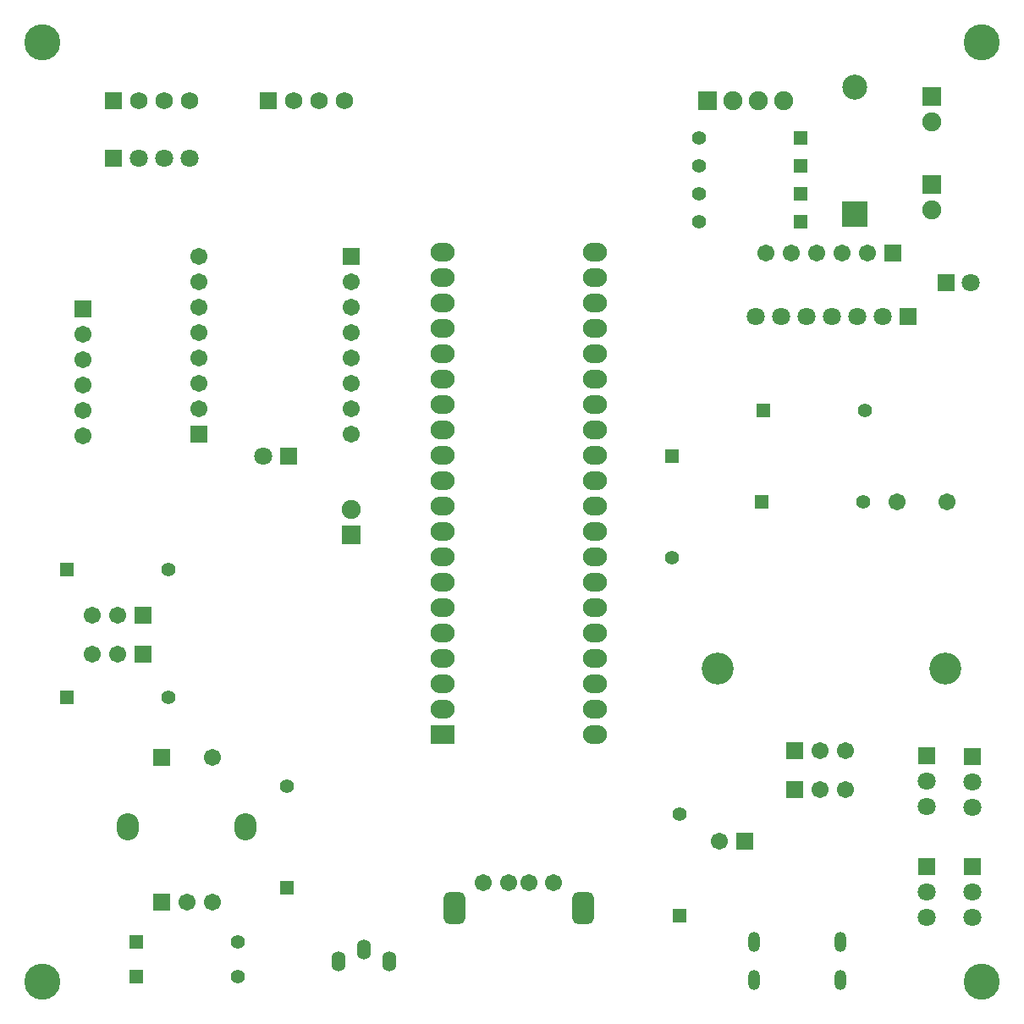
<source format=gbs>
G04*
G04 #@! TF.GenerationSoftware,Altium Limited,Altium Designer,22.0.2 (36)*
G04*
G04 Layer_Color=16711935*
%FSLAX25Y25*%
%MOIN*%
G70*
G04*
G04 #@! TF.SameCoordinates,D467B77E-6E5F-44E5-9B52-D7AE6B4A5D67*
G04*
G04*
G04 #@! TF.FilePolarity,Negative*
G04*
G01*
G75*
%ADD38R,0.06706X0.06706*%
%ADD39C,0.06706*%
%ADD40C,0.07099*%
%ADD41R,0.07099X0.07099*%
%ADD42R,0.05524X0.05524*%
%ADD43C,0.05524*%
%ADD44O,0.08674X0.10642*%
%ADD45R,0.06706X0.06706*%
%ADD46C,0.09855*%
%ADD47R,0.09855X0.09855*%
%ADD48C,0.06800*%
%ADD49R,0.06800X0.06800*%
%ADD50C,0.07493*%
%ADD51R,0.07493X0.07493*%
%ADD52R,0.05524X0.05524*%
%ADD53C,0.12611*%
%ADD54R,0.07099X0.07099*%
%ADD55O,0.05524X0.07887*%
%ADD56R,0.07493X0.07493*%
%ADD57O,0.09461X0.07335*%
%ADD58R,0.09461X0.07335*%
G04:AMPARAMS|DCode=59|XSize=86.74mil|YSize=126.11mil|CornerRadius=23.68mil|HoleSize=0mil|Usage=FLASHONLY|Rotation=180.000|XOffset=0mil|YOffset=0mil|HoleType=Round|Shape=RoundedRectangle|*
%AMROUNDEDRECTD59*
21,1,0.08674,0.07874,0,0,180.0*
21,1,0.03937,0.12611,0,0,180.0*
1,1,0.04737,-0.01968,0.03937*
1,1,0.04737,0.01968,0.03937*
1,1,0.04737,0.01968,-0.03937*
1,1,0.04737,-0.01968,-0.03937*
%
%ADD59ROUNDEDRECTD59*%
%ADD60C,0.14186*%
%ADD61O,0.04737X0.07887*%
D38*
X50173Y215724D02*
D03*
X110173Y285724D02*
D03*
X4760Y264882D02*
D03*
D39*
X50173Y225724D02*
D03*
Y235724D02*
D03*
Y245724D02*
D03*
Y255724D02*
D03*
Y265724D02*
D03*
Y275724D02*
D03*
Y285724D02*
D03*
X110173Y215724D02*
D03*
Y225724D02*
D03*
Y235724D02*
D03*
Y245724D02*
D03*
Y255724D02*
D03*
Y265724D02*
D03*
Y275724D02*
D03*
X325264Y188976D02*
D03*
X344949D02*
D03*
X55468Y88383D02*
D03*
X45468Y31296D02*
D03*
X55468D02*
D03*
X255360Y55382D02*
D03*
X294985Y91050D02*
D03*
X304985D02*
D03*
X18260Y144382D02*
D03*
X8260D02*
D03*
X18260Y128882D02*
D03*
X8260D02*
D03*
X162412Y38900D02*
D03*
X172254D02*
D03*
X180128D02*
D03*
X189971D02*
D03*
X294985Y75550D02*
D03*
X304985Y75550D02*
D03*
X4760Y254882D02*
D03*
Y244882D02*
D03*
Y234882D02*
D03*
Y224882D02*
D03*
Y214882D02*
D03*
X313760Y286882D02*
D03*
X303760D02*
D03*
X293760D02*
D03*
X283760D02*
D03*
X273760D02*
D03*
D40*
X354329Y275452D02*
D03*
X279516Y261811D02*
D03*
X299516D02*
D03*
X319516D02*
D03*
X309516D02*
D03*
X289516Y261811D02*
D03*
X269516Y261811D02*
D03*
X337075Y35433D02*
D03*
Y25433D02*
D03*
Y78898D02*
D03*
Y68898D02*
D03*
X354791Y78740D02*
D03*
X354791Y68740D02*
D03*
X46760Y324382D02*
D03*
X26760D02*
D03*
X36760D02*
D03*
X75760Y206882D02*
D03*
X354791Y35433D02*
D03*
X354791Y25433D02*
D03*
D41*
X344487Y275452D02*
D03*
X329516Y261811D02*
D03*
X16760Y324382D02*
D03*
X85602Y206882D02*
D03*
D42*
X-1740Y111882D02*
D03*
X287260Y332382D02*
D03*
Y321382D02*
D03*
Y310382D02*
D03*
Y299382D02*
D03*
X-1740Y162382D02*
D03*
X272760Y224882D02*
D03*
X25736Y1969D02*
D03*
Y15748D02*
D03*
X271799Y188976D02*
D03*
D43*
X38260Y111882D02*
D03*
X247260Y332382D02*
D03*
Y321382D02*
D03*
Y310382D02*
D03*
Y299382D02*
D03*
X236681Y167008D02*
D03*
X38260Y162382D02*
D03*
X312760Y224882D02*
D03*
X85106Y77087D02*
D03*
X65736Y1969D02*
D03*
Y15748D02*
D03*
X239560Y65982D02*
D03*
X311799Y188976D02*
D03*
D44*
X22436Y60824D02*
D03*
X68499Y60824D02*
D03*
D45*
X35468Y88383D02*
D03*
Y31296D02*
D03*
X265360Y55382D02*
D03*
X284985Y91050D02*
D03*
X28260Y144382D02*
D03*
Y128882D02*
D03*
X284985Y75550D02*
D03*
X323760Y286882D02*
D03*
D46*
X308760Y352382D02*
D03*
D47*
Y302382D02*
D03*
D48*
X107760Y346882D02*
D03*
X97760D02*
D03*
X87760D02*
D03*
X26760D02*
D03*
X36760D02*
D03*
X46760D02*
D03*
D49*
X77760D02*
D03*
X16760D02*
D03*
D50*
X260760D02*
D03*
X280760D02*
D03*
X270760D02*
D03*
X110260Y185882D02*
D03*
X339043Y304055D02*
D03*
Y338504D02*
D03*
D51*
X250760Y346882D02*
D03*
D52*
X236681Y207008D02*
D03*
X85106Y37087D02*
D03*
X239560Y25982D02*
D03*
D53*
X344358Y123150D02*
D03*
X254673D02*
D03*
D54*
X337075Y45433D02*
D03*
Y88898D02*
D03*
X354791Y88740D02*
D03*
Y45433D02*
D03*
D55*
X125260Y8020D02*
D03*
X105260D02*
D03*
X115260Y12744D02*
D03*
D56*
X110260Y175882D02*
D03*
X339043Y314055D02*
D03*
Y348504D02*
D03*
D57*
X206130Y287165D02*
D03*
Y277165D02*
D03*
Y267165D02*
D03*
Y257165D02*
D03*
Y247165D02*
D03*
Y237165D02*
D03*
Y227165D02*
D03*
Y217165D02*
D03*
Y207165D02*
D03*
Y197165D02*
D03*
Y187165D02*
D03*
Y177165D02*
D03*
Y167165D02*
D03*
Y157165D02*
D03*
Y147165D02*
D03*
Y137165D02*
D03*
Y127165D02*
D03*
Y117165D02*
D03*
Y107165D02*
D03*
Y97165D02*
D03*
X146130Y287165D02*
D03*
Y277165D02*
D03*
Y267165D02*
D03*
Y257165D02*
D03*
Y247165D02*
D03*
Y237165D02*
D03*
Y227165D02*
D03*
Y217165D02*
D03*
Y207165D02*
D03*
Y197165D02*
D03*
Y187165D02*
D03*
Y177165D02*
D03*
Y167165D02*
D03*
Y157165D02*
D03*
Y147165D02*
D03*
Y137165D02*
D03*
Y127165D02*
D03*
Y117165D02*
D03*
Y107165D02*
D03*
D58*
Y97165D02*
D03*
D59*
X150798Y28861D02*
D03*
X201585D02*
D03*
D60*
X-11350Y370079D02*
D03*
Y0D02*
D03*
X358728D02*
D03*
Y370079D02*
D03*
D61*
X269019Y15749D02*
D03*
X303019Y788D02*
D03*
Y15749D02*
D03*
X269019Y788D02*
D03*
M02*

</source>
